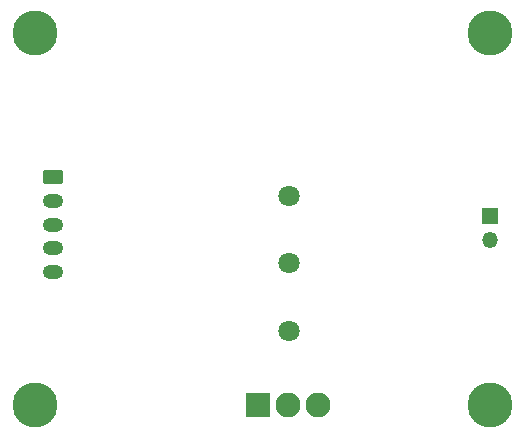
<source format=gbr>
%TF.GenerationSoftware,KiCad,Pcbnew,8.0.1*%
%TF.CreationDate,2025-03-02T16:25:42+00:00*%
%TF.ProjectId,PWM Control Circuit,50574d20-436f-46e7-9472-6f6c20436972,rev?*%
%TF.SameCoordinates,Original*%
%TF.FileFunction,Soldermask,Bot*%
%TF.FilePolarity,Negative*%
%FSLAX46Y46*%
G04 Gerber Fmt 4.6, Leading zero omitted, Abs format (unit mm)*
G04 Created by KiCad (PCBNEW 8.0.1) date 2025-03-02 16:25:42*
%MOMM*%
%LPD*%
G01*
G04 APERTURE LIST*
G04 Aperture macros list*
%AMRoundRect*
0 Rectangle with rounded corners*
0 $1 Rounding radius*
0 $2 $3 $4 $5 $6 $7 $8 $9 X,Y pos of 4 corners*
0 Add a 4 corners polygon primitive as box body*
4,1,4,$2,$3,$4,$5,$6,$7,$8,$9,$2,$3,0*
0 Add four circle primitives for the rounded corners*
1,1,$1+$1,$2,$3*
1,1,$1+$1,$4,$5*
1,1,$1+$1,$6,$7*
1,1,$1+$1,$8,$9*
0 Add four rect primitives between the rounded corners*
20,1,$1+$1,$2,$3,$4,$5,0*
20,1,$1+$1,$4,$5,$6,$7,0*
20,1,$1+$1,$6,$7,$8,$9,0*
20,1,$1+$1,$8,$9,$2,$3,0*%
G04 Aperture macros list end*
%ADD10C,3.800000*%
%ADD11C,1.800000*%
%ADD12RoundRect,0.102000X-0.955000X-0.955000X0.955000X-0.955000X0.955000X0.955000X-0.955000X0.955000X0*%
%ADD13C,2.114000*%
%ADD14R,1.350000X1.350000*%
%ADD15O,1.350000X1.350000*%
%ADD16RoundRect,0.250000X-0.625000X0.350000X-0.625000X-0.350000X0.625000X-0.350000X0.625000X0.350000X0*%
%ADD17O,1.750000X1.200000*%
G04 APERTURE END LIST*
D10*
%TO.C,H1*%
X88500000Y-80500000D03*
%TD*%
D11*
%TO.C,+15V_TP1*%
X110000000Y-94325000D03*
%TD*%
%TO.C,GND_TP1*%
X110000000Y-100000000D03*
%TD*%
%TO.C,VG_TP1*%
X110000000Y-105750000D03*
%TD*%
D10*
%TO.C,H3*%
X88500000Y-112000000D03*
%TD*%
D12*
%TO.C,U1*%
X107420000Y-112000000D03*
D13*
X109960000Y-112000000D03*
X112500000Y-112000000D03*
%TD*%
D10*
%TO.C,H4*%
X127000000Y-112000000D03*
%TD*%
D14*
%TO.C,J2*%
X127000000Y-96000000D03*
D15*
X127000000Y-98000000D03*
%TD*%
D10*
%TO.C,H2*%
X127000000Y-80500000D03*
%TD*%
D16*
%TO.C,J1*%
X90040000Y-92720000D03*
D17*
X90040000Y-94720000D03*
X90040000Y-96720000D03*
X90040000Y-98720000D03*
X90040000Y-100720000D03*
%TD*%
M02*

</source>
